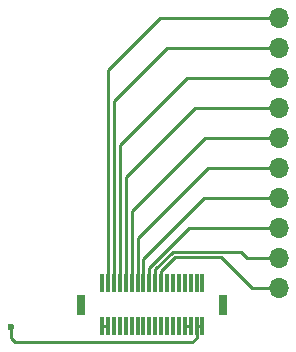
<source format=gbl>
G04 #@! TF.GenerationSoftware,KiCad,Pcbnew,(5.1.10)-1*
G04 #@! TF.CreationDate,2022-08-02T17:39:55+02:00*
G04 #@! TF.ProjectId,pcb_resistive_sole,7063625f-7265-4736-9973-746976655f73,rev?*
G04 #@! TF.SameCoordinates,Original*
G04 #@! TF.FileFunction,Copper,L2,Bot*
G04 #@! TF.FilePolarity,Positive*
%FSLAX46Y46*%
G04 Gerber Fmt 4.6, Leading zero omitted, Abs format (unit mm)*
G04 Created by KiCad (PCBNEW (5.1.10)-1) date 2022-08-02 17:39:55*
%MOMM*%
%LPD*%
G01*
G04 APERTURE LIST*
G04 #@! TA.AperFunction,ComponentPad*
%ADD10O,1.700000X1.700000*%
G04 #@! TD*
G04 #@! TA.AperFunction,SMDPad,CuDef*
%ADD11R,0.800000X1.800000*%
G04 #@! TD*
G04 #@! TA.AperFunction,SMDPad,CuDef*
%ADD12R,0.300000X1.600000*%
G04 #@! TD*
G04 #@! TA.AperFunction,ViaPad*
%ADD13C,0.600000*%
G04 #@! TD*
G04 #@! TA.AperFunction,Conductor*
%ADD14C,0.250000*%
G04 #@! TD*
G04 APERTURE END LIST*
D10*
X156000000Y-83775000D03*
X156000000Y-86315000D03*
X156000000Y-88855000D03*
X156000000Y-91395000D03*
X156000000Y-93935000D03*
X156000000Y-96475000D03*
X156000000Y-99015000D03*
X156000000Y-101555000D03*
X156000000Y-104095000D03*
X156000000Y-106635000D03*
D11*
X151245000Y-108025000D03*
X139245000Y-108025000D03*
D12*
X149495000Y-109825000D03*
X149495000Y-106225000D03*
X148995000Y-109825000D03*
X148995000Y-106225000D03*
X148495000Y-109825000D03*
X148495000Y-106225000D03*
X147995000Y-109825000D03*
X147995000Y-106225000D03*
X147495000Y-109825000D03*
X147495000Y-106225000D03*
X146995000Y-109825000D03*
X146995000Y-106225000D03*
X146495000Y-109825000D03*
X146495000Y-106225000D03*
X145995000Y-109825000D03*
X145995000Y-106225000D03*
X145495000Y-109825000D03*
X145495000Y-106225000D03*
X144995000Y-109825000D03*
X144995000Y-106225000D03*
X144495000Y-109825000D03*
X144495000Y-106225000D03*
X143995000Y-109825000D03*
X143995000Y-106225000D03*
X143495000Y-109825000D03*
X143495000Y-106225000D03*
X142995000Y-109825000D03*
X142995000Y-106225000D03*
X142495000Y-109825000D03*
X142495000Y-106225000D03*
X141995000Y-109825000D03*
X141995000Y-106225000D03*
X141495000Y-109825000D03*
X141495000Y-106225000D03*
X140995000Y-109825000D03*
X140995000Y-106225000D03*
D13*
X133250000Y-109950000D03*
D14*
X148995000Y-109825000D02*
X149495000Y-109825000D01*
X148995000Y-110860002D02*
X148645002Y-111210000D01*
X148995000Y-109825000D02*
X148995000Y-110860002D01*
X148645002Y-111210000D02*
X133600000Y-111210000D01*
X133250000Y-110860000D02*
X133250000Y-109950000D01*
X133600000Y-111210000D02*
X133250000Y-110860000D01*
X147995000Y-109825000D02*
X148495000Y-109825000D01*
X145995000Y-105175000D02*
X147170000Y-104000000D01*
X145995000Y-106225000D02*
X145995000Y-105175000D01*
X147170000Y-104000000D02*
X151060000Y-104000000D01*
X153695000Y-106635000D02*
X156000000Y-106635000D01*
X151060000Y-104000000D02*
X153695000Y-106635000D01*
X146983600Y-103549990D02*
X152719990Y-103549990D01*
X145495000Y-105038590D02*
X146983600Y-103549990D01*
X145495000Y-106225000D02*
X145495000Y-105038590D01*
X153265000Y-104095000D02*
X156000000Y-104095000D01*
X152719990Y-103549990D02*
X153265000Y-104095000D01*
X144995000Y-104902180D02*
X148347180Y-101550000D01*
X144995000Y-106225000D02*
X144995000Y-104902180D01*
X155995000Y-101550000D02*
X156000000Y-101555000D01*
X148347180Y-101550000D02*
X155995000Y-101550000D01*
X144495000Y-106225000D02*
X144495000Y-104135000D01*
X149615000Y-99015000D02*
X156000000Y-99015000D01*
X144495000Y-104135000D02*
X149615000Y-99015000D01*
X143995000Y-106225000D02*
X143995000Y-102435000D01*
X149955000Y-96475000D02*
X156000000Y-96475000D01*
X143995000Y-102435000D02*
X149955000Y-96475000D01*
X143495000Y-105665000D02*
X143519999Y-105640001D01*
X143519999Y-105640001D02*
X143519999Y-100140001D01*
X143495000Y-106225000D02*
X143495000Y-105665000D01*
X149725000Y-93935000D02*
X156000000Y-93935000D01*
X143519999Y-100140001D02*
X149725000Y-93935000D01*
X142995000Y-106225000D02*
X142995000Y-97255000D01*
X148855000Y-91395000D02*
X156000000Y-91395000D01*
X142995000Y-97255000D02*
X148855000Y-91395000D01*
X142495000Y-106225000D02*
X142495000Y-94505000D01*
X148145000Y-88855000D02*
X156000000Y-88855000D01*
X142495000Y-94505000D02*
X148145000Y-88855000D01*
X141995000Y-106225000D02*
X141995000Y-90795000D01*
X146475000Y-86315000D02*
X156000000Y-86315000D01*
X141995000Y-90795000D02*
X146475000Y-86315000D01*
X141495000Y-109825000D02*
X140995000Y-109825000D01*
X141495000Y-106225000D02*
X141495000Y-88155000D01*
X145875000Y-83775000D02*
X156000000Y-83775000D01*
X141495000Y-88155000D02*
X145875000Y-83775000D01*
M02*

</source>
